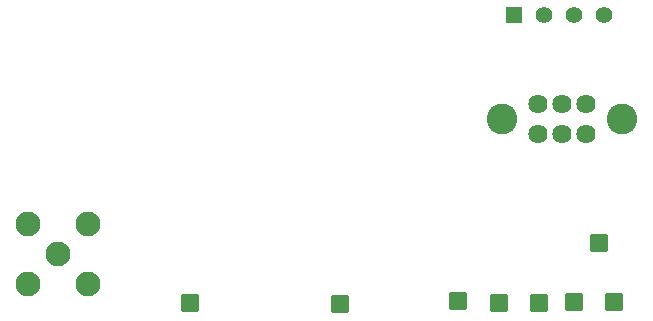
<source format=gbs>
G04 Layer: BottomSolderMaskLayer*
G04 EasyEDA Pro v2.2.37.7, 2025-04-12 19:39:53*
G04 Gerber Generator version 0.3*
G04 Scale: 100 percent, Rotated: No, Reflected: No*
G04 Dimensions in millimeters*
G04 Leading zeros omitted, absolute positions, 4 integers and 5 decimals*
%FSLAX45Y45*%
%MOMM*%
%AMRoundRect*1,1,$1,$2,$3*1,1,$1,$4,$5*1,1,$1,0-$2,0-$3*1,1,$1,0-$4,0-$5*20,1,$1,$2,$3,$4,$5,0*20,1,$1,$4,$5,0-$2,0-$3,0*20,1,$1,0-$2,0-$3,0-$4,0-$5,0*20,1,$1,0-$4,0-$5,$2,$3,0*4,1,4,$2,$3,$4,$5,0-$2,0-$3,0-$4,0-$5,$2,$3,0*%
%ADD10RoundRect,0.09516X-0.70322X0.70322X0.70322X0.70322*%
%ADD11C,1.397*%
%ADD12RoundRect,0.09471X0.65114X-0.65114X-0.65114X-0.65114*%
%ADD13C,2.1016*%
%ADD14C,1.6256*%
%ADD15C,2.6016*%
G75*


G04 Pad Start*
G54D10*
G01X-6933844Y2051501D03*
G01X-6302845Y2051742D03*
G01X-5959945Y2055502D03*
G01X-6598945Y2043741D03*
G01X-9552643Y2051501D03*
G01X-6083300Y2552700D03*
G54D11*
G01X-6045200Y4483100D03*
G01X-6299200Y4483100D03*
G01X-6553200Y4483100D03*
G54D12*
G01X-6807200Y4483100D03*
G54D13*
G01X-10668000Y2463800D03*
G01X-10922000Y2717800D03*
G01X-10922000Y2209800D03*
G01X-10414000Y2209800D03*
G01X-10414000Y2717800D03*
G54D14*
G01X-6600795Y3731804D03*
G01X-6400795Y3731804D03*
G01X-6200795Y3731804D03*
G01X-6600795Y3481817D03*
G01X-6400795Y3481817D03*
G01X-6200795Y3481817D03*
G54D15*
G01X-6910802Y3606810D03*
G01X-5890788Y3606810D03*
G54D10*
G01X-8282643Y2035042D03*
G01X-7283343Y2060442D03*
G04 Pad End*

M02*


</source>
